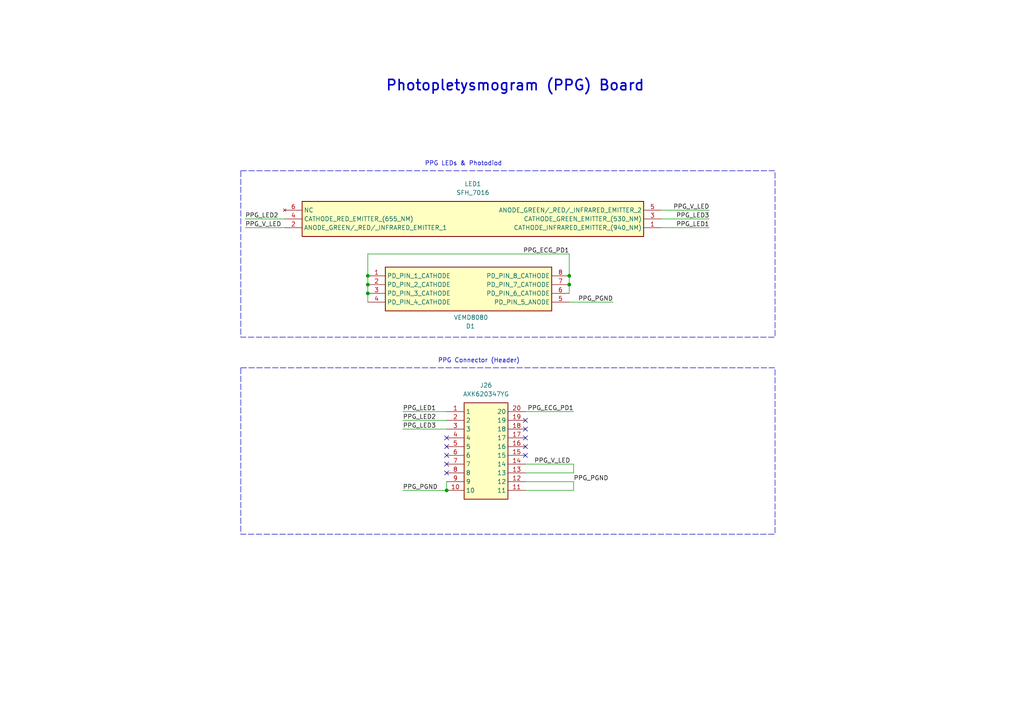
<source format=kicad_sch>
(kicad_sch (version 20230121) (generator eeschema)
  (paper "A4")
  (title_block (title "VersaSens PPG") (date "2024-02-20") (rev "00") (company "EPFL, Embedded Systems Laboratory") (comment 1 "Author: Taraneh Aminosharieh Najafi") (comment 2 "Approved: José Angel Miranda Calero"))
  (lib_symbols
    (symbol "SamacSys_Parts:AXK620347YG"
      (property "Reference" "J" (at 19.05 7.62 0))
      (property "Value" "AXK620347YG" (at 19.05 5.08 0))
      (symbol "AXK620347YG_1_1"
        (rectangle (start 5.08 2.54) (end 17.78 -25.4) (stroke (width 0.254)) (fill (type background)))
        (pin passive line (at 0 0 0) (length 5.08) (name "1") (number "1"))
        (pin passive line (at 0 -22.86 0) (length 5.08) (name "10") (number "10"))
        (pin passive line (at 22.86 -22.86 180) (length 5.08) (name "11") (number "11"))
        (pin passive line (at 22.86 -20.32 180) (length 5.08) (name "12") (number "12"))
        (pin passive line (at 22.86 -17.78 180) (length 5.08) (name "13") (number "13"))
        (pin passive line (at 22.86 -15.24 180) (length 5.08) (name "14") (number "14"))
        (pin passive line (at 22.86 -12.7 180) (length 5.08) (name "15") (number "15"))
        (pin passive line (at 22.86 -10.16 180) (length 5.08) (name "16") (number "16"))
        (pin passive line (at 22.86 -7.62 180) (length 5.08) (name "17") (number "17"))
        (pin passive line (at 22.86 -5.08 180) (length 5.08) (name "18") (number "18"))
        (pin passive line (at 22.86 -2.54 180) (length 5.08) (name "19") (number "19"))
        (pin passive line (at 0 -2.54 0) (length 5.08) (name "2") (number "2"))
        (pin passive line (at 22.86 0 180) (length 5.08) (name "20") (number "20"))
        (pin passive line (at 0 -5.08 0) (length 5.08) (name "3") (number "3"))
        (pin passive line (at 0 -7.62 0) (length 5.08) (name "4") (number "4"))
        (pin passive line (at 0 -10.16 0) (length 5.08) (name "5") (number "5"))
        (pin passive line (at 0 -12.7 0) (length 5.08) (name "6") (number "6"))
        (pin passive line (at 0 -15.24 0) (length 5.08) (name "7") (number "7"))
        (pin passive line (at 0 -17.78 0) (length 5.08) (name "8") (number "8"))
        (pin passive line (at 0 -20.32 0) (length 5.08) (name "9") (number "9"))
      )
    )
    (symbol "SamacSys_Parts:SFH_7016"
      (property "Reference" "LED" (at 105.41 7.62 0))
      (property "Value" "SFH_7016" (at 105.41 5.08 0))
      (symbol "SFH_7016_1_1"
        (rectangle (start 5.08 2.54) (end 104.14 -7.62) (stroke (width 0.254)) (fill (type background)))
        (pin passive line (at 109.22 -5.08 180) (length 5.08) (name "CATHODE_INFRARED_EMITTER_(940_NM)") (number "1"))
        (pin passive line (at 0 -5.08 0) (length 5.08) (name "ANODE_GREEN/_RED/_INFRARED_EMITTER_1") (number "2"))
        (pin passive line (at 109.22 -2.54 180) (length 5.08) (name "CATHODE_GREEN_EMITTER_(530_NM)") (number "3"))
        (pin passive line (at 0 -2.54 0) (length 5.08) (name "CATHODE_RED_EMITTER_(655_NM)") (number "4"))
        (pin passive line (at 109.22 0 180) (length 5.08) (name "ANODE_GREEN/_RED/_INFRARED_EMITTER_2") (number "5"))
        (pin no_connect line (at 0 0 0) (length 5.08) (name "NC") (number "6"))
      )
    )
    (symbol "SamacSys_Parts:VEMD8080"
      (property "Reference" "D" (at 54.61 7.62 0))
      (property "Value" "VEMD8080" (at 54.61 5.08 0))
      (symbol "VEMD8080_1_1"
        (rectangle (start 5.08 2.54) (end 53.34 -10.16) (stroke (width 0.254)) (fill (type background)))
        (pin passive line (at 0 0 0) (length 5.08) (name "PD_PIN_1_CATHODE") (number "1"))
        (pin passive line (at 0 -2.54 0) (length 5.08) (name "PD_PIN_2_CATHODE") (number "2"))
        (pin passive line (at 0 -5.08 0) (length 5.08) (name "PD_PIN_3_CATHODE") (number "3"))
        (pin passive line (at 0 -7.62 0) (length 5.08) (name "PD_PIN_4_CATHODE") (number "4"))
        (pin passive line (at 58.42 -7.62 180) (length 5.08) (name "PD_PIN_5_ANODE") (number "5"))
        (pin passive line (at 58.42 -5.08 180) (length 5.08) (name "PD_PIN_6_CATHODE") (number "6"))
        (pin passive line (at 58.42 -2.54 180) (length 5.08) (name "PD_PIN_7_CATHODE") (number "7"))
        (pin passive line (at 58.42 0 180) (length 5.08) (name "PD_PIN_8_CATHODE") (number "8"))
      )
    )
  )
  (junction (at 106.68 82.55))
  (junction (at 129.54 142.24))
  (junction (at 165.1 82.55))
  (junction (at 106.68 85.09))
  (junction (at 165.1 80.01))
  (junction (at 106.68 80.01))
  (no_connect (at 152.4 132.08))
  (no_connect (at 152.4 127))
  (no_connect (at 152.4 121.92))
  (no_connect (at 129.54 137.16))
  (no_connect (at 129.54 134.62))
  (no_connect (at 129.54 127))
  (no_connect (at 129.54 132.08))
  (no_connect (at 129.54 129.54))
  (no_connect (at 152.4 129.54))
  (no_connect (at 152.4 124.46))
  (wire (pts (xy 165.1 85.09) (xy 165.1 82.55)))
  (wire (pts (xy 71.12 66.04) (xy 82.55 66.04)))
  (wire (pts (xy 165.1 80.01) (xy 165.1 73.66)))
  (wire (pts (xy 191.77 63.5) (xy 205.74 63.5)))
  (wire (pts (xy 166.37 139.7) (xy 166.37 142.24)))
  (wire (pts (xy 106.68 85.09) (xy 106.68 82.55)))
  (wire (pts (xy 106.68 73.66) (xy 106.68 80.01)))
  (wire (pts (xy 116.84 124.46) (xy 129.54 124.46)))
  (wire (pts (xy 205.74 60.96) (xy 191.77 60.96)))
  (wire (pts (xy 152.4 142.24) (xy 166.37 142.24)))
  (wire (pts (xy 116.84 142.24) (xy 129.54 142.24)))
  (wire (pts (xy 165.1 82.55) (xy 165.1 80.01)))
  (wire (pts (xy 116.84 121.92) (xy 129.54 121.92)))
  (wire (pts (xy 165.1 73.66) (xy 106.68 73.66)))
  (wire (pts (xy 152.4 137.16) (xy 166.37 137.16)))
  (wire (pts (xy 71.12 63.5) (xy 82.55 63.5)))
  (wire (pts (xy 152.4 119.38) (xy 166.37 119.38)))
  (wire (pts (xy 166.37 139.7) (xy 152.4 139.7)))
  (wire (pts (xy 152.4 134.62) (xy 166.37 134.62)))
  (wire (pts (xy 106.68 87.63) (xy 106.68 85.09)))
  (wire (pts (xy 106.68 82.55) (xy 106.68 80.01)))
  (wire (pts (xy 116.84 119.38) (xy 129.54 119.38)))
  (wire (pts (xy 166.37 137.16) (xy 166.37 134.62)))
  (wire (pts (xy 129.54 139.7) (xy 129.54 142.24)))
  (wire (pts (xy 177.8 87.63) (xy 165.1 87.63)))
  (wire (pts (xy 191.77 66.04) (xy 205.74 66.04)))
  (rectangle (start 69.85 106.68) (end 224.79 154.94) (stroke (width 0) (type dash)))
  (rectangle (start 69.85 49.53) (end 224.79 97.79) (stroke (width 0) (type dash)))
  (text "PPG Connector (Header)" (at 127 105.41 0) (effects (font (size 1.27 1.27)) (justify left bottom)))
  (text "Photopletysmogram (PPG) Board" (at 111.76 26.67 0) (effects (font (size 3 3) (thickness 0.454) bold) (justify left bottom)))
  (text "PPG LEDs & Photodiod" (at 123.19 48.26 0) (effects (font (size 1.27 1.27)) (justify left bottom)))
  (label "PPG_LED3" (at 116.84 124.46 0))
  (label "PPG_V_LED" (at 154.94 134.62 0))
  (label "PPG_PGND" (at 116.84 142.24 0))
  (label "PPG_PGND" (at 177.8 87.63 180))
  (label "PPG_V_LED" (at 205.74 60.96 180))
  (label "PPG_LED1" (at 116.84 119.38 0))
  (label "PPG_ECG_PD1" (at 166.37 119.38 180))
  (label "PPG_LED2" (at 71.12 63.5 0))
  (label "PPG_ECG_PD1" (at 165.1 73.66 180))
  (label "PPG_PGND" (at 166.37 139.7 0))
  (label "PPG_V_LED" (at 71.12 66.04 0))
  (label "PPG_LED3" (at 205.74 63.5 180))
  (label "PPG_LED1" (at 205.74 66.04 180))
  (label "PPG_LED2" (at 116.84 121.92 0))
  (symbol (lib_id "SamacSys_Parts:SFH_7016") (at 82.55 60.96 0) (unit 1)
    (property "Reference" "LED1" (at 137.16 53.34 0))
    (property "Value" "SFH_7016" (at 137.16 55.88 0))
    (property "Footprint" "SFH7016" (effects hide))
    (property "Datasheet" "https://look.ams-osram.com/m/1a73f8d425cfcc40/original/SFH-7016.pdf" (effects hide))
    (property "Description" "Infrared Emitters Green / Red / IR LED 530nm, 655nm, 940nm" (effects hide))
    (property "Height" "0.7" (effects hide))
    (property "Manufacturer_Name" "AMS OSRAM GROUP" (effects hide))
    (property "Manufacturer_Part_Number" "SFH 7016" (effects hide))
    (property "Mouser Part Number" "720-SFH7016" (effects hide))
    (property "Mouser Price/Stock" "https://www.mouser.co.uk/ProductDetail/ams-OSRAM/SFH-7016?qs=OTrKUuiFdkaz7DXJqRo6mw%3D%3D" (effects hide))
    (instances (project "VersaSens" (path "" (reference "LED1") (unit 1)) (path "" (reference "LED1") (unit 1))) (project "Test26092023" (path "" (reference "LED1") (unit 1))) (project "VersaSens_HeEx" (path "" (reference "LED2") (unit 1)) (path "" (reference "LED4") (unit 1))))
  )
  (symbol (lib_id "SamacSys_Parts:VEMD8080") (at 106.68 80.01 0) (unit 1)
    (property "Reference" "D1" (at 137.795 94.615 0) (effects (justify right)))
    (property "Value" "VEMD8080" (at 141.605 92.075 0) (effects (justify right)))
    (property "Footprint" "VEMD8080" (effects hide))
    (property "Datasheet" "https://www.vishay.com/docs/84565/vemd8080.pdf" (effects hide))
    (property "Description" "Photodiodes Pin Photodiode 20V 350-1100nm; 28uA" (effects hide))
    (property "Height" "0.53" (effects hide))
    (property "Manufacturer_Name" "Vishay" (effects hide))
    (property "Manufacturer_Part_Number" "VEMD8080" (effects hide))
    (property "Mouser Part Number" "78-VEMD8080" (effects hide))
    (property "Mouser Price/Stock" "https://www.mouser.co.uk/ProductDetail/Vishay-Semiconductors/VEMD8080?qs=F5EMLAvA7IBCchs2bw9l%2Fw%3D%3D" (effects hide))
    (property "Arrow Part Number" "VEMD8080" (effects hide))
    (property "Arrow Price/Stock" "https://www.arrow.com/en/products/vemd8080/vishay?region=nac" (effects hide))
  )
  (symbol (lib_id "SamacSys_Parts:AXK620347YG") (at 129.54 119.38 0) (unit 1)
    (property "Reference" "J26" (at 140.97 111.76 0))
    (property "Value" "AXK620347YG" (at 140.97 114.3 0))
    (property "Footprint" "AXK620347YG" (effects hide))
    (property "Datasheet" "https://www3.panasonic.biz/ac/e_download/control/connector/base-base/catalog/con_eng_p5k.pdf" (effects hide))
    (property "Height" "2.6" (effects hide))
    (property "Mouser Part Number" "769-AXK620347YG" (effects hide))
    (property "Mouser Price/Stock" "https://www.mouser.co.uk/ProductDetail/Panasonic-Industrial-Devices/AXK620347YG?qs=2rFUEsTwVNy5zHLO2ZZydg%3D%3D" (effects hide))
    (property "Manufacturer_Name" "Panasonic" (effects hide))
    (property "Manufacturer_Part_Number" "AXK620347YG" (effects hide))
    (instances (project "VersaSens_HeEx" (path "" (reference "J26") (unit 1)) (path "" (reference "J15") (unit 1))))
  )
)
</source>
